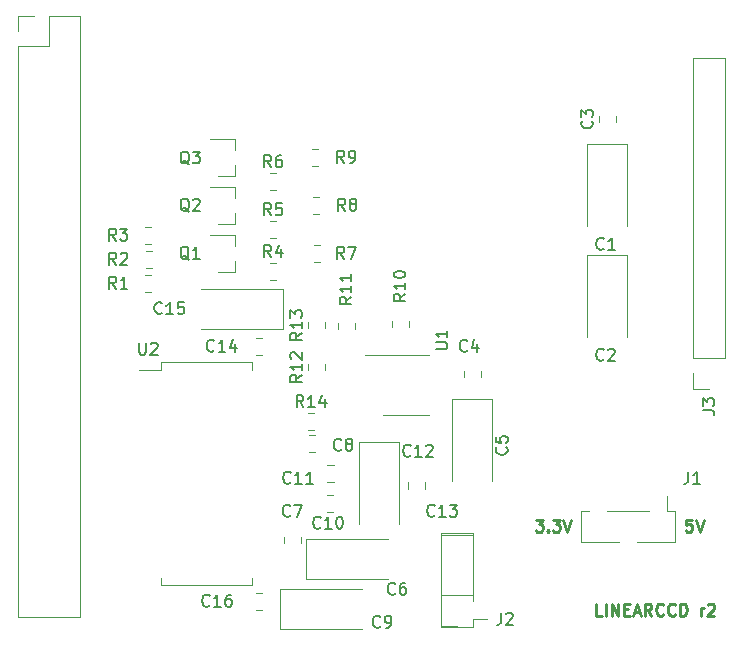
<source format=gto>
G04 #@! TF.GenerationSoftware,KiCad,Pcbnew,5.1.5*
G04 #@! TF.CreationDate,2020-02-08T16:24:25+09:00*
G04 #@! TF.ProjectId,linearccd,6c696e65-6172-4636-9364-2e6b69636164,rev?*
G04 #@! TF.SameCoordinates,Original*
G04 #@! TF.FileFunction,Legend,Top*
G04 #@! TF.FilePolarity,Positive*
%FSLAX46Y46*%
G04 Gerber Fmt 4.6, Leading zero omitted, Abs format (unit mm)*
G04 Created by KiCad (PCBNEW 5.1.5) date 2020-02-08 16:24:25*
%MOMM*%
%LPD*%
G04 APERTURE LIST*
%ADD10C,0.250000*%
%ADD11C,0.120000*%
%ADD12C,0.150000*%
G04 APERTURE END LIST*
D10*
X149678000Y-130754380D02*
X149201809Y-130754380D01*
X149201809Y-129754380D01*
X150011333Y-130754380D02*
X150011333Y-129754380D01*
X150487523Y-130754380D02*
X150487523Y-129754380D01*
X151058952Y-130754380D01*
X151058952Y-129754380D01*
X151535142Y-130230571D02*
X151868476Y-130230571D01*
X152011333Y-130754380D02*
X151535142Y-130754380D01*
X151535142Y-129754380D01*
X152011333Y-129754380D01*
X152392285Y-130468666D02*
X152868476Y-130468666D01*
X152297047Y-130754380D02*
X152630380Y-129754380D01*
X152963714Y-130754380D01*
X153868476Y-130754380D02*
X153535142Y-130278190D01*
X153297047Y-130754380D02*
X153297047Y-129754380D01*
X153678000Y-129754380D01*
X153773238Y-129802000D01*
X153820857Y-129849619D01*
X153868476Y-129944857D01*
X153868476Y-130087714D01*
X153820857Y-130182952D01*
X153773238Y-130230571D01*
X153678000Y-130278190D01*
X153297047Y-130278190D01*
X154868476Y-130659142D02*
X154820857Y-130706761D01*
X154678000Y-130754380D01*
X154582761Y-130754380D01*
X154439904Y-130706761D01*
X154344666Y-130611523D01*
X154297047Y-130516285D01*
X154249428Y-130325809D01*
X154249428Y-130182952D01*
X154297047Y-129992476D01*
X154344666Y-129897238D01*
X154439904Y-129802000D01*
X154582761Y-129754380D01*
X154678000Y-129754380D01*
X154820857Y-129802000D01*
X154868476Y-129849619D01*
X155868476Y-130659142D02*
X155820857Y-130706761D01*
X155678000Y-130754380D01*
X155582761Y-130754380D01*
X155439904Y-130706761D01*
X155344666Y-130611523D01*
X155297047Y-130516285D01*
X155249428Y-130325809D01*
X155249428Y-130182952D01*
X155297047Y-129992476D01*
X155344666Y-129897238D01*
X155439904Y-129802000D01*
X155582761Y-129754380D01*
X155678000Y-129754380D01*
X155820857Y-129802000D01*
X155868476Y-129849619D01*
X156297047Y-130754380D02*
X156297047Y-129754380D01*
X156535142Y-129754380D01*
X156678000Y-129802000D01*
X156773238Y-129897238D01*
X156820857Y-129992476D01*
X156868476Y-130182952D01*
X156868476Y-130325809D01*
X156820857Y-130516285D01*
X156773238Y-130611523D01*
X156678000Y-130706761D01*
X156535142Y-130754380D01*
X156297047Y-130754380D01*
X158058952Y-130754380D02*
X158058952Y-130087714D01*
X158058952Y-130278190D02*
X158106571Y-130182952D01*
X158154190Y-130135333D01*
X158249428Y-130087714D01*
X158344666Y-130087714D01*
X158630380Y-129849619D02*
X158678000Y-129802000D01*
X158773238Y-129754380D01*
X159011333Y-129754380D01*
X159106571Y-129802000D01*
X159154190Y-129849619D01*
X159201809Y-129944857D01*
X159201809Y-130040095D01*
X159154190Y-130182952D01*
X158582761Y-130754380D01*
X159201809Y-130754380D01*
X157289523Y-122642380D02*
X156813333Y-122642380D01*
X156765714Y-123118571D01*
X156813333Y-123070952D01*
X156908571Y-123023333D01*
X157146666Y-123023333D01*
X157241904Y-123070952D01*
X157289523Y-123118571D01*
X157337142Y-123213809D01*
X157337142Y-123451904D01*
X157289523Y-123547142D01*
X157241904Y-123594761D01*
X157146666Y-123642380D01*
X156908571Y-123642380D01*
X156813333Y-123594761D01*
X156765714Y-123547142D01*
X157622857Y-122642380D02*
X157956190Y-123642380D01*
X158289523Y-122642380D01*
X144065809Y-122642380D02*
X144684857Y-122642380D01*
X144351523Y-123023333D01*
X144494380Y-123023333D01*
X144589619Y-123070952D01*
X144637238Y-123118571D01*
X144684857Y-123213809D01*
X144684857Y-123451904D01*
X144637238Y-123547142D01*
X144589619Y-123594761D01*
X144494380Y-123642380D01*
X144208666Y-123642380D01*
X144113428Y-123594761D01*
X144065809Y-123547142D01*
X145113428Y-123547142D02*
X145161047Y-123594761D01*
X145113428Y-123642380D01*
X145065809Y-123594761D01*
X145113428Y-123547142D01*
X145113428Y-123642380D01*
X145494380Y-122642380D02*
X146113428Y-122642380D01*
X145780095Y-123023333D01*
X145922952Y-123023333D01*
X146018190Y-123070952D01*
X146065809Y-123118571D01*
X146113428Y-123213809D01*
X146113428Y-123451904D01*
X146065809Y-123547142D01*
X146018190Y-123594761D01*
X145922952Y-123642380D01*
X145637238Y-123642380D01*
X145542000Y-123594761D01*
X145494380Y-123547142D01*
X146399142Y-122642380D02*
X146732476Y-123642380D01*
X147065809Y-122642380D01*
D11*
X155862000Y-121860000D02*
X155862000Y-124520000D01*
X155862000Y-124520000D02*
X152652000Y-124520000D01*
X151132000Y-124520000D02*
X147922000Y-124520000D01*
X147922000Y-121860000D02*
X147922000Y-124520000D01*
X155862000Y-121860000D02*
X155192000Y-121860000D01*
X153672000Y-121860000D02*
X150112000Y-121860000D01*
X148592000Y-121860000D02*
X147922000Y-121860000D01*
X155192000Y-120650000D02*
X155192000Y-121860000D01*
X116205000Y-128205000D02*
X120065000Y-128205000D01*
X120065000Y-128205000D02*
X120065000Y-127560000D01*
X116205000Y-128205000D02*
X112345000Y-128205000D01*
X112345000Y-128205000D02*
X112345000Y-127560000D01*
X116205000Y-109285000D02*
X120065000Y-109285000D01*
X120065000Y-109285000D02*
X120065000Y-109930000D01*
X116205000Y-109285000D02*
X112345000Y-109285000D01*
X112345000Y-109285000D02*
X112345000Y-109930000D01*
X112345000Y-109930000D02*
X110505000Y-109930000D01*
X151824000Y-107140000D02*
X151824000Y-100205000D01*
X151824000Y-100205000D02*
X148404000Y-100205000D01*
X148404000Y-100205000D02*
X148404000Y-107140000D01*
X137414000Y-131632000D02*
X136084000Y-131632000D01*
X136084000Y-131632000D02*
X136084000Y-130302000D01*
X136084000Y-129032000D02*
X136084000Y-123892000D01*
X138744000Y-123892000D02*
X136084000Y-123892000D01*
X138744000Y-129032000D02*
X138744000Y-123892000D01*
X138744000Y-129032000D02*
X136084000Y-129032000D01*
X100270000Y-79950000D02*
X101600000Y-79950000D01*
X100270000Y-81280000D02*
X100270000Y-79950000D01*
X102870000Y-79950000D02*
X105470000Y-79950000D01*
X102870000Y-82550000D02*
X102870000Y-79950000D01*
X100270000Y-82550000D02*
X102870000Y-82550000D01*
X105470000Y-79950000D02*
X105470000Y-130870000D01*
X100270000Y-82550000D02*
X100270000Y-130870000D01*
X100270000Y-130870000D02*
X105470000Y-130870000D01*
X120908578Y-128830000D02*
X120391422Y-128830000D01*
X120908578Y-130250000D02*
X120391422Y-130250000D01*
X148404000Y-90817000D02*
X148404000Y-97752000D01*
X151824000Y-90817000D02*
X148404000Y-90817000D01*
X151824000Y-97752000D02*
X151824000Y-90817000D01*
X149404000Y-88983078D02*
X149404000Y-88465922D01*
X150824000Y-88983078D02*
X150824000Y-88465922D01*
X139394000Y-110573078D02*
X139394000Y-110055922D01*
X137974000Y-110573078D02*
X137974000Y-110055922D01*
X140394000Y-119342000D02*
X140394000Y-112407000D01*
X140394000Y-112407000D02*
X136974000Y-112407000D01*
X136974000Y-112407000D02*
X136974000Y-119342000D01*
X131534000Y-124274000D02*
X124599000Y-124274000D01*
X124599000Y-124274000D02*
X124599000Y-127694000D01*
X124599000Y-127694000D02*
X131534000Y-127694000D01*
X124154000Y-124122922D02*
X124154000Y-124640078D01*
X122734000Y-124122922D02*
X122734000Y-124640078D01*
X125353578Y-116915000D02*
X124836422Y-116915000D01*
X125353578Y-115495000D02*
X124836422Y-115495000D01*
X122430000Y-131885000D02*
X129365000Y-131885000D01*
X122430000Y-128465000D02*
X122430000Y-131885000D01*
X129365000Y-128465000D02*
X122430000Y-128465000D01*
X126408922Y-120575000D02*
X126926078Y-120575000D01*
X126408922Y-121995000D02*
X126926078Y-121995000D01*
X126438922Y-118035000D02*
X126956078Y-118035000D01*
X126438922Y-119455000D02*
X126956078Y-119455000D01*
X129100000Y-116090000D02*
X129100000Y-123025000D01*
X132520000Y-116090000D02*
X129100000Y-116090000D01*
X132520000Y-123025000D02*
X132520000Y-116090000D01*
X134695000Y-120001078D02*
X134695000Y-119483922D01*
X133275000Y-120001078D02*
X133275000Y-119483922D01*
X120908578Y-108660000D02*
X120391422Y-108660000D01*
X120908578Y-107240000D02*
X120391422Y-107240000D01*
X115755000Y-106485000D02*
X122690000Y-106485000D01*
X122690000Y-106485000D02*
X122690000Y-103065000D01*
X122690000Y-103065000D02*
X115755000Y-103065000D01*
X138744000Y-131732000D02*
X136084000Y-131732000D01*
X136084000Y-131732000D02*
X136084000Y-128522000D01*
X136084000Y-127002000D02*
X136084000Y-123792000D01*
X138744000Y-123792000D02*
X136084000Y-123792000D01*
X138744000Y-131732000D02*
X138744000Y-131062000D01*
X138744000Y-129542000D02*
X138744000Y-125982000D01*
X138744000Y-124462000D02*
X138744000Y-123792000D01*
X139954000Y-131062000D02*
X138744000Y-131062000D01*
X160080000Y-108966000D02*
X157420000Y-108966000D01*
X160080000Y-108966000D02*
X160080000Y-83506000D01*
X160080000Y-83506000D02*
X157420000Y-83506000D01*
X157420000Y-108966000D02*
X157420000Y-83506000D01*
X157420000Y-111566000D02*
X157420000Y-110236000D01*
X158750000Y-111566000D02*
X157420000Y-111566000D01*
X118632000Y-101656000D02*
X118632000Y-100726000D01*
X118632000Y-98496000D02*
X118632000Y-99426000D01*
X118632000Y-98496000D02*
X116472000Y-98496000D01*
X118632000Y-101656000D02*
X117172000Y-101656000D01*
X118632000Y-97592000D02*
X117172000Y-97592000D01*
X118632000Y-94432000D02*
X116472000Y-94432000D01*
X118632000Y-94432000D02*
X118632000Y-95362000D01*
X118632000Y-97592000D02*
X118632000Y-96662000D01*
X118616000Y-93528000D02*
X118616000Y-92598000D01*
X118616000Y-90368000D02*
X118616000Y-91298000D01*
X118616000Y-90368000D02*
X116456000Y-90368000D01*
X118616000Y-93528000D02*
X117156000Y-93528000D01*
X111510578Y-101906000D02*
X110993422Y-101906000D01*
X111510578Y-103326000D02*
X110993422Y-103326000D01*
X111589078Y-101294000D02*
X111071922Y-101294000D01*
X111589078Y-99874000D02*
X111071922Y-99874000D01*
X111510578Y-97842000D02*
X110993422Y-97842000D01*
X111510578Y-99262000D02*
X110993422Y-99262000D01*
X121582922Y-100890000D02*
X122100078Y-100890000D01*
X121582922Y-102310000D02*
X122100078Y-102310000D01*
X121582922Y-98754000D02*
X122100078Y-98754000D01*
X121582922Y-97334000D02*
X122100078Y-97334000D01*
X121582922Y-93270000D02*
X122100078Y-93270000D01*
X121582922Y-94690000D02*
X122100078Y-94690000D01*
X125813078Y-99366000D02*
X125295922Y-99366000D01*
X125813078Y-100786000D02*
X125295922Y-100786000D01*
X125734578Y-95302000D02*
X125217422Y-95302000D01*
X125734578Y-96722000D02*
X125217422Y-96722000D01*
X125656078Y-91238000D02*
X125138922Y-91238000D01*
X125656078Y-92658000D02*
X125138922Y-92658000D01*
X131878000Y-105834922D02*
X131878000Y-106352078D01*
X133298000Y-105834922D02*
X133298000Y-106352078D01*
X127306000Y-106509078D02*
X127306000Y-105991922D01*
X128726000Y-106509078D02*
X128726000Y-105991922D01*
X126186000Y-109986578D02*
X126186000Y-109469422D01*
X124766000Y-109986578D02*
X124766000Y-109469422D01*
X124766000Y-106430578D02*
X124766000Y-105913422D01*
X126186000Y-106430578D02*
X126186000Y-105913422D01*
X124787922Y-113590000D02*
X125305078Y-113590000D01*
X124787922Y-115010000D02*
X125305078Y-115010000D01*
X133096000Y-113812000D02*
X135046000Y-113812000D01*
X133096000Y-113812000D02*
X131146000Y-113812000D01*
X133096000Y-108692000D02*
X135046000Y-108692000D01*
X133096000Y-108692000D02*
X129646000Y-108692000D01*
D12*
X156968666Y-118578380D02*
X156968666Y-119292666D01*
X156921047Y-119435523D01*
X156825809Y-119530761D01*
X156682952Y-119578380D01*
X156587714Y-119578380D01*
X157968666Y-119578380D02*
X157397238Y-119578380D01*
X157682952Y-119578380D02*
X157682952Y-118578380D01*
X157587714Y-118721238D01*
X157492476Y-118816476D01*
X157397238Y-118864095D01*
X110490095Y-107656380D02*
X110490095Y-108465904D01*
X110537714Y-108561142D01*
X110585333Y-108608761D01*
X110680571Y-108656380D01*
X110871047Y-108656380D01*
X110966285Y-108608761D01*
X111013904Y-108561142D01*
X111061523Y-108465904D01*
X111061523Y-107656380D01*
X111490095Y-107751619D02*
X111537714Y-107704000D01*
X111632952Y-107656380D01*
X111871047Y-107656380D01*
X111966285Y-107704000D01*
X112013904Y-107751619D01*
X112061523Y-107846857D01*
X112061523Y-107942095D01*
X112013904Y-108084952D01*
X111442476Y-108656380D01*
X112061523Y-108656380D01*
X149820333Y-109069142D02*
X149772714Y-109116761D01*
X149629857Y-109164380D01*
X149534619Y-109164380D01*
X149391761Y-109116761D01*
X149296523Y-109021523D01*
X149248904Y-108926285D01*
X149201285Y-108735809D01*
X149201285Y-108592952D01*
X149248904Y-108402476D01*
X149296523Y-108307238D01*
X149391761Y-108212000D01*
X149534619Y-108164380D01*
X149629857Y-108164380D01*
X149772714Y-108212000D01*
X149820333Y-108259619D01*
X150201285Y-108259619D02*
X150248904Y-108212000D01*
X150344142Y-108164380D01*
X150582238Y-108164380D01*
X150677476Y-108212000D01*
X150725095Y-108259619D01*
X150772714Y-108354857D01*
X150772714Y-108450095D01*
X150725095Y-108592952D01*
X150153666Y-109164380D01*
X150772714Y-109164380D01*
X116451142Y-129897142D02*
X116403523Y-129944761D01*
X116260666Y-129992380D01*
X116165428Y-129992380D01*
X116022571Y-129944761D01*
X115927333Y-129849523D01*
X115879714Y-129754285D01*
X115832095Y-129563809D01*
X115832095Y-129420952D01*
X115879714Y-129230476D01*
X115927333Y-129135238D01*
X116022571Y-129040000D01*
X116165428Y-128992380D01*
X116260666Y-128992380D01*
X116403523Y-129040000D01*
X116451142Y-129087619D01*
X117403523Y-129992380D02*
X116832095Y-129992380D01*
X117117809Y-129992380D02*
X117117809Y-128992380D01*
X117022571Y-129135238D01*
X116927333Y-129230476D01*
X116832095Y-129278095D01*
X118260666Y-128992380D02*
X118070190Y-128992380D01*
X117974952Y-129040000D01*
X117927333Y-129087619D01*
X117832095Y-129230476D01*
X117784476Y-129420952D01*
X117784476Y-129801904D01*
X117832095Y-129897142D01*
X117879714Y-129944761D01*
X117974952Y-129992380D01*
X118165428Y-129992380D01*
X118260666Y-129944761D01*
X118308285Y-129897142D01*
X118355904Y-129801904D01*
X118355904Y-129563809D01*
X118308285Y-129468571D01*
X118260666Y-129420952D01*
X118165428Y-129373333D01*
X117974952Y-129373333D01*
X117879714Y-129420952D01*
X117832095Y-129468571D01*
X117784476Y-129563809D01*
X149820333Y-99681142D02*
X149772714Y-99728761D01*
X149629857Y-99776380D01*
X149534619Y-99776380D01*
X149391761Y-99728761D01*
X149296523Y-99633523D01*
X149248904Y-99538285D01*
X149201285Y-99347809D01*
X149201285Y-99204952D01*
X149248904Y-99014476D01*
X149296523Y-98919238D01*
X149391761Y-98824000D01*
X149534619Y-98776380D01*
X149629857Y-98776380D01*
X149772714Y-98824000D01*
X149820333Y-98871619D01*
X150772714Y-99776380D02*
X150201285Y-99776380D01*
X150487000Y-99776380D02*
X150487000Y-98776380D01*
X150391761Y-98919238D01*
X150296523Y-99014476D01*
X150201285Y-99062095D01*
X148821142Y-88891166D02*
X148868761Y-88938785D01*
X148916380Y-89081642D01*
X148916380Y-89176880D01*
X148868761Y-89319738D01*
X148773523Y-89414976D01*
X148678285Y-89462595D01*
X148487809Y-89510214D01*
X148344952Y-89510214D01*
X148154476Y-89462595D01*
X148059238Y-89414976D01*
X147964000Y-89319738D01*
X147916380Y-89176880D01*
X147916380Y-89081642D01*
X147964000Y-88938785D01*
X148011619Y-88891166D01*
X147916380Y-88557833D02*
X147916380Y-87938785D01*
X148297333Y-88272119D01*
X148297333Y-88129261D01*
X148344952Y-88034023D01*
X148392571Y-87986404D01*
X148487809Y-87938785D01*
X148725904Y-87938785D01*
X148821142Y-87986404D01*
X148868761Y-88034023D01*
X148916380Y-88129261D01*
X148916380Y-88414976D01*
X148868761Y-88510214D01*
X148821142Y-88557833D01*
X138263333Y-108307142D02*
X138215714Y-108354761D01*
X138072857Y-108402380D01*
X137977619Y-108402380D01*
X137834761Y-108354761D01*
X137739523Y-108259523D01*
X137691904Y-108164285D01*
X137644285Y-107973809D01*
X137644285Y-107830952D01*
X137691904Y-107640476D01*
X137739523Y-107545238D01*
X137834761Y-107450000D01*
X137977619Y-107402380D01*
X138072857Y-107402380D01*
X138215714Y-107450000D01*
X138263333Y-107497619D01*
X139120476Y-107735714D02*
X139120476Y-108402380D01*
X138882380Y-107354761D02*
X138644285Y-108069047D01*
X139263333Y-108069047D01*
X141591142Y-116508666D02*
X141638761Y-116556285D01*
X141686380Y-116699142D01*
X141686380Y-116794380D01*
X141638761Y-116937238D01*
X141543523Y-117032476D01*
X141448285Y-117080095D01*
X141257809Y-117127714D01*
X141114952Y-117127714D01*
X140924476Y-117080095D01*
X140829238Y-117032476D01*
X140734000Y-116937238D01*
X140686380Y-116794380D01*
X140686380Y-116699142D01*
X140734000Y-116556285D01*
X140781619Y-116508666D01*
X140686380Y-115603904D02*
X140686380Y-116080095D01*
X141162571Y-116127714D01*
X141114952Y-116080095D01*
X141067333Y-115984857D01*
X141067333Y-115746761D01*
X141114952Y-115651523D01*
X141162571Y-115603904D01*
X141257809Y-115556285D01*
X141495904Y-115556285D01*
X141591142Y-115603904D01*
X141638761Y-115651523D01*
X141686380Y-115746761D01*
X141686380Y-115984857D01*
X141638761Y-116080095D01*
X141591142Y-116127714D01*
X132167333Y-128881142D02*
X132119714Y-128928761D01*
X131976857Y-128976380D01*
X131881619Y-128976380D01*
X131738761Y-128928761D01*
X131643523Y-128833523D01*
X131595904Y-128738285D01*
X131548285Y-128547809D01*
X131548285Y-128404952D01*
X131595904Y-128214476D01*
X131643523Y-128119238D01*
X131738761Y-128024000D01*
X131881619Y-127976380D01*
X131976857Y-127976380D01*
X132119714Y-128024000D01*
X132167333Y-128071619D01*
X133024476Y-127976380D02*
X132834000Y-127976380D01*
X132738761Y-128024000D01*
X132691142Y-128071619D01*
X132595904Y-128214476D01*
X132548285Y-128404952D01*
X132548285Y-128785904D01*
X132595904Y-128881142D01*
X132643523Y-128928761D01*
X132738761Y-128976380D01*
X132929238Y-128976380D01*
X133024476Y-128928761D01*
X133072095Y-128881142D01*
X133119714Y-128785904D01*
X133119714Y-128547809D01*
X133072095Y-128452571D01*
X133024476Y-128404952D01*
X132929238Y-128357333D01*
X132738761Y-128357333D01*
X132643523Y-128404952D01*
X132595904Y-128452571D01*
X132548285Y-128547809D01*
X123277333Y-122277142D02*
X123229714Y-122324761D01*
X123086857Y-122372380D01*
X122991619Y-122372380D01*
X122848761Y-122324761D01*
X122753523Y-122229523D01*
X122705904Y-122134285D01*
X122658285Y-121943809D01*
X122658285Y-121800952D01*
X122705904Y-121610476D01*
X122753523Y-121515238D01*
X122848761Y-121420000D01*
X122991619Y-121372380D01*
X123086857Y-121372380D01*
X123229714Y-121420000D01*
X123277333Y-121467619D01*
X123610666Y-121372380D02*
X124277333Y-121372380D01*
X123848761Y-122372380D01*
X127595333Y-116689142D02*
X127547714Y-116736761D01*
X127404857Y-116784380D01*
X127309619Y-116784380D01*
X127166761Y-116736761D01*
X127071523Y-116641523D01*
X127023904Y-116546285D01*
X126976285Y-116355809D01*
X126976285Y-116212952D01*
X127023904Y-116022476D01*
X127071523Y-115927238D01*
X127166761Y-115832000D01*
X127309619Y-115784380D01*
X127404857Y-115784380D01*
X127547714Y-115832000D01*
X127595333Y-115879619D01*
X128166761Y-116212952D02*
X128071523Y-116165333D01*
X128023904Y-116117714D01*
X127976285Y-116022476D01*
X127976285Y-115974857D01*
X128023904Y-115879619D01*
X128071523Y-115832000D01*
X128166761Y-115784380D01*
X128357238Y-115784380D01*
X128452476Y-115832000D01*
X128500095Y-115879619D01*
X128547714Y-115974857D01*
X128547714Y-116022476D01*
X128500095Y-116117714D01*
X128452476Y-116165333D01*
X128357238Y-116212952D01*
X128166761Y-116212952D01*
X128071523Y-116260571D01*
X128023904Y-116308190D01*
X127976285Y-116403428D01*
X127976285Y-116593904D01*
X128023904Y-116689142D01*
X128071523Y-116736761D01*
X128166761Y-116784380D01*
X128357238Y-116784380D01*
X128452476Y-116736761D01*
X128500095Y-116689142D01*
X128547714Y-116593904D01*
X128547714Y-116403428D01*
X128500095Y-116308190D01*
X128452476Y-116260571D01*
X128357238Y-116212952D01*
X130897333Y-131675142D02*
X130849714Y-131722761D01*
X130706857Y-131770380D01*
X130611619Y-131770380D01*
X130468761Y-131722761D01*
X130373523Y-131627523D01*
X130325904Y-131532285D01*
X130278285Y-131341809D01*
X130278285Y-131198952D01*
X130325904Y-131008476D01*
X130373523Y-130913238D01*
X130468761Y-130818000D01*
X130611619Y-130770380D01*
X130706857Y-130770380D01*
X130849714Y-130818000D01*
X130897333Y-130865619D01*
X131373523Y-131770380D02*
X131564000Y-131770380D01*
X131659238Y-131722761D01*
X131706857Y-131675142D01*
X131802095Y-131532285D01*
X131849714Y-131341809D01*
X131849714Y-130960857D01*
X131802095Y-130865619D01*
X131754476Y-130818000D01*
X131659238Y-130770380D01*
X131468761Y-130770380D01*
X131373523Y-130818000D01*
X131325904Y-130865619D01*
X131278285Y-130960857D01*
X131278285Y-131198952D01*
X131325904Y-131294190D01*
X131373523Y-131341809D01*
X131468761Y-131389428D01*
X131659238Y-131389428D01*
X131754476Y-131341809D01*
X131802095Y-131294190D01*
X131849714Y-131198952D01*
X125849142Y-123293142D02*
X125801523Y-123340761D01*
X125658666Y-123388380D01*
X125563428Y-123388380D01*
X125420571Y-123340761D01*
X125325333Y-123245523D01*
X125277714Y-123150285D01*
X125230095Y-122959809D01*
X125230095Y-122816952D01*
X125277714Y-122626476D01*
X125325333Y-122531238D01*
X125420571Y-122436000D01*
X125563428Y-122388380D01*
X125658666Y-122388380D01*
X125801523Y-122436000D01*
X125849142Y-122483619D01*
X126801523Y-123388380D02*
X126230095Y-123388380D01*
X126515809Y-123388380D02*
X126515809Y-122388380D01*
X126420571Y-122531238D01*
X126325333Y-122626476D01*
X126230095Y-122674095D01*
X127420571Y-122388380D02*
X127515809Y-122388380D01*
X127611047Y-122436000D01*
X127658666Y-122483619D01*
X127706285Y-122578857D01*
X127753904Y-122769333D01*
X127753904Y-123007428D01*
X127706285Y-123197904D01*
X127658666Y-123293142D01*
X127611047Y-123340761D01*
X127515809Y-123388380D01*
X127420571Y-123388380D01*
X127325333Y-123340761D01*
X127277714Y-123293142D01*
X127230095Y-123197904D01*
X127182476Y-123007428D01*
X127182476Y-122769333D01*
X127230095Y-122578857D01*
X127277714Y-122483619D01*
X127325333Y-122436000D01*
X127420571Y-122388380D01*
X123309142Y-119483142D02*
X123261523Y-119530761D01*
X123118666Y-119578380D01*
X123023428Y-119578380D01*
X122880571Y-119530761D01*
X122785333Y-119435523D01*
X122737714Y-119340285D01*
X122690095Y-119149809D01*
X122690095Y-119006952D01*
X122737714Y-118816476D01*
X122785333Y-118721238D01*
X122880571Y-118626000D01*
X123023428Y-118578380D01*
X123118666Y-118578380D01*
X123261523Y-118626000D01*
X123309142Y-118673619D01*
X124261523Y-119578380D02*
X123690095Y-119578380D01*
X123975809Y-119578380D02*
X123975809Y-118578380D01*
X123880571Y-118721238D01*
X123785333Y-118816476D01*
X123690095Y-118864095D01*
X125213904Y-119578380D02*
X124642476Y-119578380D01*
X124928190Y-119578380D02*
X124928190Y-118578380D01*
X124832952Y-118721238D01*
X124737714Y-118816476D01*
X124642476Y-118864095D01*
X133469142Y-117197142D02*
X133421523Y-117244761D01*
X133278666Y-117292380D01*
X133183428Y-117292380D01*
X133040571Y-117244761D01*
X132945333Y-117149523D01*
X132897714Y-117054285D01*
X132850095Y-116863809D01*
X132850095Y-116720952D01*
X132897714Y-116530476D01*
X132945333Y-116435238D01*
X133040571Y-116340000D01*
X133183428Y-116292380D01*
X133278666Y-116292380D01*
X133421523Y-116340000D01*
X133469142Y-116387619D01*
X134421523Y-117292380D02*
X133850095Y-117292380D01*
X134135809Y-117292380D02*
X134135809Y-116292380D01*
X134040571Y-116435238D01*
X133945333Y-116530476D01*
X133850095Y-116578095D01*
X134802476Y-116387619D02*
X134850095Y-116340000D01*
X134945333Y-116292380D01*
X135183428Y-116292380D01*
X135278666Y-116340000D01*
X135326285Y-116387619D01*
X135373904Y-116482857D01*
X135373904Y-116578095D01*
X135326285Y-116720952D01*
X134754857Y-117292380D01*
X135373904Y-117292380D01*
X135501142Y-122277142D02*
X135453523Y-122324761D01*
X135310666Y-122372380D01*
X135215428Y-122372380D01*
X135072571Y-122324761D01*
X134977333Y-122229523D01*
X134929714Y-122134285D01*
X134882095Y-121943809D01*
X134882095Y-121800952D01*
X134929714Y-121610476D01*
X134977333Y-121515238D01*
X135072571Y-121420000D01*
X135215428Y-121372380D01*
X135310666Y-121372380D01*
X135453523Y-121420000D01*
X135501142Y-121467619D01*
X136453523Y-122372380D02*
X135882095Y-122372380D01*
X136167809Y-122372380D02*
X136167809Y-121372380D01*
X136072571Y-121515238D01*
X135977333Y-121610476D01*
X135882095Y-121658095D01*
X136786857Y-121372380D02*
X137405904Y-121372380D01*
X137072571Y-121753333D01*
X137215428Y-121753333D01*
X137310666Y-121800952D01*
X137358285Y-121848571D01*
X137405904Y-121943809D01*
X137405904Y-122181904D01*
X137358285Y-122277142D01*
X137310666Y-122324761D01*
X137215428Y-122372380D01*
X136929714Y-122372380D01*
X136834476Y-122324761D01*
X136786857Y-122277142D01*
X116832142Y-108307142D02*
X116784523Y-108354761D01*
X116641666Y-108402380D01*
X116546428Y-108402380D01*
X116403571Y-108354761D01*
X116308333Y-108259523D01*
X116260714Y-108164285D01*
X116213095Y-107973809D01*
X116213095Y-107830952D01*
X116260714Y-107640476D01*
X116308333Y-107545238D01*
X116403571Y-107450000D01*
X116546428Y-107402380D01*
X116641666Y-107402380D01*
X116784523Y-107450000D01*
X116832142Y-107497619D01*
X117784523Y-108402380D02*
X117213095Y-108402380D01*
X117498809Y-108402380D02*
X117498809Y-107402380D01*
X117403571Y-107545238D01*
X117308333Y-107640476D01*
X117213095Y-107688095D01*
X118641666Y-107735714D02*
X118641666Y-108402380D01*
X118403571Y-107354761D02*
X118165476Y-108069047D01*
X118784523Y-108069047D01*
X112407142Y-105132142D02*
X112359523Y-105179761D01*
X112216666Y-105227380D01*
X112121428Y-105227380D01*
X111978571Y-105179761D01*
X111883333Y-105084523D01*
X111835714Y-104989285D01*
X111788095Y-104798809D01*
X111788095Y-104655952D01*
X111835714Y-104465476D01*
X111883333Y-104370238D01*
X111978571Y-104275000D01*
X112121428Y-104227380D01*
X112216666Y-104227380D01*
X112359523Y-104275000D01*
X112407142Y-104322619D01*
X113359523Y-105227380D02*
X112788095Y-105227380D01*
X113073809Y-105227380D02*
X113073809Y-104227380D01*
X112978571Y-104370238D01*
X112883333Y-104465476D01*
X112788095Y-104513095D01*
X114264285Y-104227380D02*
X113788095Y-104227380D01*
X113740476Y-104703571D01*
X113788095Y-104655952D01*
X113883333Y-104608333D01*
X114121428Y-104608333D01*
X114216666Y-104655952D01*
X114264285Y-104703571D01*
X114311904Y-104798809D01*
X114311904Y-105036904D01*
X114264285Y-105132142D01*
X114216666Y-105179761D01*
X114121428Y-105227380D01*
X113883333Y-105227380D01*
X113788095Y-105179761D01*
X113740476Y-105132142D01*
X141144666Y-130516380D02*
X141144666Y-131230666D01*
X141097047Y-131373523D01*
X141001809Y-131468761D01*
X140858952Y-131516380D01*
X140763714Y-131516380D01*
X141573238Y-130611619D02*
X141620857Y-130564000D01*
X141716095Y-130516380D01*
X141954190Y-130516380D01*
X142049428Y-130564000D01*
X142097047Y-130611619D01*
X142144666Y-130706857D01*
X142144666Y-130802095D01*
X142097047Y-130944952D01*
X141525619Y-131516380D01*
X142144666Y-131516380D01*
X158202380Y-113363333D02*
X158916666Y-113363333D01*
X159059523Y-113410952D01*
X159154761Y-113506190D01*
X159202380Y-113649047D01*
X159202380Y-113744285D01*
X158202380Y-112982380D02*
X158202380Y-112363333D01*
X158583333Y-112696666D01*
X158583333Y-112553809D01*
X158630952Y-112458571D01*
X158678571Y-112410952D01*
X158773809Y-112363333D01*
X159011904Y-112363333D01*
X159107142Y-112410952D01*
X159154761Y-112458571D01*
X159202380Y-112553809D01*
X159202380Y-112839523D01*
X159154761Y-112934761D01*
X159107142Y-112982380D01*
X114712761Y-100623619D02*
X114617523Y-100576000D01*
X114522285Y-100480761D01*
X114379428Y-100337904D01*
X114284190Y-100290285D01*
X114188952Y-100290285D01*
X114236571Y-100528380D02*
X114141333Y-100480761D01*
X114046095Y-100385523D01*
X113998476Y-100195047D01*
X113998476Y-99861714D01*
X114046095Y-99671238D01*
X114141333Y-99576000D01*
X114236571Y-99528380D01*
X114427047Y-99528380D01*
X114522285Y-99576000D01*
X114617523Y-99671238D01*
X114665142Y-99861714D01*
X114665142Y-100195047D01*
X114617523Y-100385523D01*
X114522285Y-100480761D01*
X114427047Y-100528380D01*
X114236571Y-100528380D01*
X115617523Y-100528380D02*
X115046095Y-100528380D01*
X115331809Y-100528380D02*
X115331809Y-99528380D01*
X115236571Y-99671238D01*
X115141333Y-99766476D01*
X115046095Y-99814095D01*
X114728761Y-96559619D02*
X114633523Y-96512000D01*
X114538285Y-96416761D01*
X114395428Y-96273904D01*
X114300190Y-96226285D01*
X114204952Y-96226285D01*
X114252571Y-96464380D02*
X114157333Y-96416761D01*
X114062095Y-96321523D01*
X114014476Y-96131047D01*
X114014476Y-95797714D01*
X114062095Y-95607238D01*
X114157333Y-95512000D01*
X114252571Y-95464380D01*
X114443047Y-95464380D01*
X114538285Y-95512000D01*
X114633523Y-95607238D01*
X114681142Y-95797714D01*
X114681142Y-96131047D01*
X114633523Y-96321523D01*
X114538285Y-96416761D01*
X114443047Y-96464380D01*
X114252571Y-96464380D01*
X115062095Y-95559619D02*
X115109714Y-95512000D01*
X115204952Y-95464380D01*
X115443047Y-95464380D01*
X115538285Y-95512000D01*
X115585904Y-95559619D01*
X115633523Y-95654857D01*
X115633523Y-95750095D01*
X115585904Y-95892952D01*
X115014476Y-96464380D01*
X115633523Y-96464380D01*
X114728761Y-92561619D02*
X114633523Y-92514000D01*
X114538285Y-92418761D01*
X114395428Y-92275904D01*
X114300190Y-92228285D01*
X114204952Y-92228285D01*
X114252571Y-92466380D02*
X114157333Y-92418761D01*
X114062095Y-92323523D01*
X114014476Y-92133047D01*
X114014476Y-91799714D01*
X114062095Y-91609238D01*
X114157333Y-91514000D01*
X114252571Y-91466380D01*
X114443047Y-91466380D01*
X114538285Y-91514000D01*
X114633523Y-91609238D01*
X114681142Y-91799714D01*
X114681142Y-92133047D01*
X114633523Y-92323523D01*
X114538285Y-92418761D01*
X114443047Y-92466380D01*
X114252571Y-92466380D01*
X115014476Y-91466380D02*
X115633523Y-91466380D01*
X115300190Y-91847333D01*
X115443047Y-91847333D01*
X115538285Y-91894952D01*
X115585904Y-91942571D01*
X115633523Y-92037809D01*
X115633523Y-92275904D01*
X115585904Y-92371142D01*
X115538285Y-92418761D01*
X115443047Y-92466380D01*
X115157333Y-92466380D01*
X115062095Y-92418761D01*
X115014476Y-92371142D01*
X108545333Y-103068380D02*
X108212000Y-102592190D01*
X107973904Y-103068380D02*
X107973904Y-102068380D01*
X108354857Y-102068380D01*
X108450095Y-102116000D01*
X108497714Y-102163619D01*
X108545333Y-102258857D01*
X108545333Y-102401714D01*
X108497714Y-102496952D01*
X108450095Y-102544571D01*
X108354857Y-102592190D01*
X107973904Y-102592190D01*
X109497714Y-103068380D02*
X108926285Y-103068380D01*
X109212000Y-103068380D02*
X109212000Y-102068380D01*
X109116761Y-102211238D01*
X109021523Y-102306476D01*
X108926285Y-102354095D01*
X108545333Y-101036380D02*
X108212000Y-100560190D01*
X107973904Y-101036380D02*
X107973904Y-100036380D01*
X108354857Y-100036380D01*
X108450095Y-100084000D01*
X108497714Y-100131619D01*
X108545333Y-100226857D01*
X108545333Y-100369714D01*
X108497714Y-100464952D01*
X108450095Y-100512571D01*
X108354857Y-100560190D01*
X107973904Y-100560190D01*
X108926285Y-100131619D02*
X108973904Y-100084000D01*
X109069142Y-100036380D01*
X109307238Y-100036380D01*
X109402476Y-100084000D01*
X109450095Y-100131619D01*
X109497714Y-100226857D01*
X109497714Y-100322095D01*
X109450095Y-100464952D01*
X108878666Y-101036380D01*
X109497714Y-101036380D01*
X108545333Y-99004380D02*
X108212000Y-98528190D01*
X107973904Y-99004380D02*
X107973904Y-98004380D01*
X108354857Y-98004380D01*
X108450095Y-98052000D01*
X108497714Y-98099619D01*
X108545333Y-98194857D01*
X108545333Y-98337714D01*
X108497714Y-98432952D01*
X108450095Y-98480571D01*
X108354857Y-98528190D01*
X107973904Y-98528190D01*
X108878666Y-98004380D02*
X109497714Y-98004380D01*
X109164380Y-98385333D01*
X109307238Y-98385333D01*
X109402476Y-98432952D01*
X109450095Y-98480571D01*
X109497714Y-98575809D01*
X109497714Y-98813904D01*
X109450095Y-98909142D01*
X109402476Y-98956761D01*
X109307238Y-99004380D01*
X109021523Y-99004380D01*
X108926285Y-98956761D01*
X108878666Y-98909142D01*
X121674833Y-100402380D02*
X121341500Y-99926190D01*
X121103404Y-100402380D02*
X121103404Y-99402380D01*
X121484357Y-99402380D01*
X121579595Y-99450000D01*
X121627214Y-99497619D01*
X121674833Y-99592857D01*
X121674833Y-99735714D01*
X121627214Y-99830952D01*
X121579595Y-99878571D01*
X121484357Y-99926190D01*
X121103404Y-99926190D01*
X122531976Y-99735714D02*
X122531976Y-100402380D01*
X122293880Y-99354761D02*
X122055785Y-100069047D01*
X122674833Y-100069047D01*
X121674833Y-96846380D02*
X121341500Y-96370190D01*
X121103404Y-96846380D02*
X121103404Y-95846380D01*
X121484357Y-95846380D01*
X121579595Y-95894000D01*
X121627214Y-95941619D01*
X121674833Y-96036857D01*
X121674833Y-96179714D01*
X121627214Y-96274952D01*
X121579595Y-96322571D01*
X121484357Y-96370190D01*
X121103404Y-96370190D01*
X122579595Y-95846380D02*
X122103404Y-95846380D01*
X122055785Y-96322571D01*
X122103404Y-96274952D01*
X122198642Y-96227333D01*
X122436738Y-96227333D01*
X122531976Y-96274952D01*
X122579595Y-96322571D01*
X122627214Y-96417809D01*
X122627214Y-96655904D01*
X122579595Y-96751142D01*
X122531976Y-96798761D01*
X122436738Y-96846380D01*
X122198642Y-96846380D01*
X122103404Y-96798761D01*
X122055785Y-96751142D01*
X121674833Y-92782380D02*
X121341500Y-92306190D01*
X121103404Y-92782380D02*
X121103404Y-91782380D01*
X121484357Y-91782380D01*
X121579595Y-91830000D01*
X121627214Y-91877619D01*
X121674833Y-91972857D01*
X121674833Y-92115714D01*
X121627214Y-92210952D01*
X121579595Y-92258571D01*
X121484357Y-92306190D01*
X121103404Y-92306190D01*
X122531976Y-91782380D02*
X122341500Y-91782380D01*
X122246261Y-91830000D01*
X122198642Y-91877619D01*
X122103404Y-92020476D01*
X122055785Y-92210952D01*
X122055785Y-92591904D01*
X122103404Y-92687142D01*
X122151023Y-92734761D01*
X122246261Y-92782380D01*
X122436738Y-92782380D01*
X122531976Y-92734761D01*
X122579595Y-92687142D01*
X122627214Y-92591904D01*
X122627214Y-92353809D01*
X122579595Y-92258571D01*
X122531976Y-92210952D01*
X122436738Y-92163333D01*
X122246261Y-92163333D01*
X122151023Y-92210952D01*
X122103404Y-92258571D01*
X122055785Y-92353809D01*
X127849333Y-100528380D02*
X127516000Y-100052190D01*
X127277904Y-100528380D02*
X127277904Y-99528380D01*
X127658857Y-99528380D01*
X127754095Y-99576000D01*
X127801714Y-99623619D01*
X127849333Y-99718857D01*
X127849333Y-99861714D01*
X127801714Y-99956952D01*
X127754095Y-100004571D01*
X127658857Y-100052190D01*
X127277904Y-100052190D01*
X128182666Y-99528380D02*
X128849333Y-99528380D01*
X128420761Y-100528380D01*
X127927833Y-96464380D02*
X127594500Y-95988190D01*
X127356404Y-96464380D02*
X127356404Y-95464380D01*
X127737357Y-95464380D01*
X127832595Y-95512000D01*
X127880214Y-95559619D01*
X127927833Y-95654857D01*
X127927833Y-95797714D01*
X127880214Y-95892952D01*
X127832595Y-95940571D01*
X127737357Y-95988190D01*
X127356404Y-95988190D01*
X128499261Y-95892952D02*
X128404023Y-95845333D01*
X128356404Y-95797714D01*
X128308785Y-95702476D01*
X128308785Y-95654857D01*
X128356404Y-95559619D01*
X128404023Y-95512000D01*
X128499261Y-95464380D01*
X128689738Y-95464380D01*
X128784976Y-95512000D01*
X128832595Y-95559619D01*
X128880214Y-95654857D01*
X128880214Y-95702476D01*
X128832595Y-95797714D01*
X128784976Y-95845333D01*
X128689738Y-95892952D01*
X128499261Y-95892952D01*
X128404023Y-95940571D01*
X128356404Y-95988190D01*
X128308785Y-96083428D01*
X128308785Y-96273904D01*
X128356404Y-96369142D01*
X128404023Y-96416761D01*
X128499261Y-96464380D01*
X128689738Y-96464380D01*
X128784976Y-96416761D01*
X128832595Y-96369142D01*
X128880214Y-96273904D01*
X128880214Y-96083428D01*
X128832595Y-95988190D01*
X128784976Y-95940571D01*
X128689738Y-95892952D01*
X127849333Y-92400380D02*
X127516000Y-91924190D01*
X127277904Y-92400380D02*
X127277904Y-91400380D01*
X127658857Y-91400380D01*
X127754095Y-91448000D01*
X127801714Y-91495619D01*
X127849333Y-91590857D01*
X127849333Y-91733714D01*
X127801714Y-91828952D01*
X127754095Y-91876571D01*
X127658857Y-91924190D01*
X127277904Y-91924190D01*
X128325523Y-92400380D02*
X128516000Y-92400380D01*
X128611238Y-92352761D01*
X128658857Y-92305142D01*
X128754095Y-92162285D01*
X128801714Y-91971809D01*
X128801714Y-91590857D01*
X128754095Y-91495619D01*
X128706476Y-91448000D01*
X128611238Y-91400380D01*
X128420761Y-91400380D01*
X128325523Y-91448000D01*
X128277904Y-91495619D01*
X128230285Y-91590857D01*
X128230285Y-91828952D01*
X128277904Y-91924190D01*
X128325523Y-91971809D01*
X128420761Y-92019428D01*
X128611238Y-92019428D01*
X128706476Y-91971809D01*
X128754095Y-91924190D01*
X128801714Y-91828952D01*
X133040380Y-103512857D02*
X132564190Y-103846190D01*
X133040380Y-104084285D02*
X132040380Y-104084285D01*
X132040380Y-103703333D01*
X132088000Y-103608095D01*
X132135619Y-103560476D01*
X132230857Y-103512857D01*
X132373714Y-103512857D01*
X132468952Y-103560476D01*
X132516571Y-103608095D01*
X132564190Y-103703333D01*
X132564190Y-104084285D01*
X133040380Y-102560476D02*
X133040380Y-103131904D01*
X133040380Y-102846190D02*
X132040380Y-102846190D01*
X132183238Y-102941428D01*
X132278476Y-103036666D01*
X132326095Y-103131904D01*
X132040380Y-101941428D02*
X132040380Y-101846190D01*
X132088000Y-101750952D01*
X132135619Y-101703333D01*
X132230857Y-101655714D01*
X132421333Y-101608095D01*
X132659428Y-101608095D01*
X132849904Y-101655714D01*
X132945142Y-101703333D01*
X132992761Y-101750952D01*
X133040380Y-101846190D01*
X133040380Y-101941428D01*
X132992761Y-102036666D01*
X132945142Y-102084285D01*
X132849904Y-102131904D01*
X132659428Y-102179523D01*
X132421333Y-102179523D01*
X132230857Y-102131904D01*
X132135619Y-102084285D01*
X132088000Y-102036666D01*
X132040380Y-101941428D01*
X128468380Y-103766857D02*
X127992190Y-104100190D01*
X128468380Y-104338285D02*
X127468380Y-104338285D01*
X127468380Y-103957333D01*
X127516000Y-103862095D01*
X127563619Y-103814476D01*
X127658857Y-103766857D01*
X127801714Y-103766857D01*
X127896952Y-103814476D01*
X127944571Y-103862095D01*
X127992190Y-103957333D01*
X127992190Y-104338285D01*
X128468380Y-102814476D02*
X128468380Y-103385904D01*
X128468380Y-103100190D02*
X127468380Y-103100190D01*
X127611238Y-103195428D01*
X127706476Y-103290666D01*
X127754095Y-103385904D01*
X128468380Y-101862095D02*
X128468380Y-102433523D01*
X128468380Y-102147809D02*
X127468380Y-102147809D01*
X127611238Y-102243047D01*
X127706476Y-102338285D01*
X127754095Y-102433523D01*
X124278380Y-110370857D02*
X123802190Y-110704190D01*
X124278380Y-110942285D02*
X123278380Y-110942285D01*
X123278380Y-110561333D01*
X123326000Y-110466095D01*
X123373619Y-110418476D01*
X123468857Y-110370857D01*
X123611714Y-110370857D01*
X123706952Y-110418476D01*
X123754571Y-110466095D01*
X123802190Y-110561333D01*
X123802190Y-110942285D01*
X124278380Y-109418476D02*
X124278380Y-109989904D01*
X124278380Y-109704190D02*
X123278380Y-109704190D01*
X123421238Y-109799428D01*
X123516476Y-109894666D01*
X123564095Y-109989904D01*
X123373619Y-109037523D02*
X123326000Y-108989904D01*
X123278380Y-108894666D01*
X123278380Y-108656571D01*
X123326000Y-108561333D01*
X123373619Y-108513714D01*
X123468857Y-108466095D01*
X123564095Y-108466095D01*
X123706952Y-108513714D01*
X124278380Y-109085142D01*
X124278380Y-108466095D01*
X124278380Y-106814857D02*
X123802190Y-107148190D01*
X124278380Y-107386285D02*
X123278380Y-107386285D01*
X123278380Y-107005333D01*
X123326000Y-106910095D01*
X123373619Y-106862476D01*
X123468857Y-106814857D01*
X123611714Y-106814857D01*
X123706952Y-106862476D01*
X123754571Y-106910095D01*
X123802190Y-107005333D01*
X123802190Y-107386285D01*
X124278380Y-105862476D02*
X124278380Y-106433904D01*
X124278380Y-106148190D02*
X123278380Y-106148190D01*
X123421238Y-106243428D01*
X123516476Y-106338666D01*
X123564095Y-106433904D01*
X123278380Y-105529142D02*
X123278380Y-104910095D01*
X123659333Y-105243428D01*
X123659333Y-105100571D01*
X123706952Y-105005333D01*
X123754571Y-104957714D01*
X123849809Y-104910095D01*
X124087904Y-104910095D01*
X124183142Y-104957714D01*
X124230761Y-105005333D01*
X124278380Y-105100571D01*
X124278380Y-105386285D01*
X124230761Y-105481523D01*
X124183142Y-105529142D01*
X124403642Y-113102380D02*
X124070309Y-112626190D01*
X123832214Y-113102380D02*
X123832214Y-112102380D01*
X124213166Y-112102380D01*
X124308404Y-112150000D01*
X124356023Y-112197619D01*
X124403642Y-112292857D01*
X124403642Y-112435714D01*
X124356023Y-112530952D01*
X124308404Y-112578571D01*
X124213166Y-112626190D01*
X123832214Y-112626190D01*
X125356023Y-113102380D02*
X124784595Y-113102380D01*
X125070309Y-113102380D02*
X125070309Y-112102380D01*
X124975071Y-112245238D01*
X124879833Y-112340476D01*
X124784595Y-112388095D01*
X126213166Y-112435714D02*
X126213166Y-113102380D01*
X125975071Y-112054761D02*
X125736976Y-112769047D01*
X126356023Y-112769047D01*
X135596380Y-108203904D02*
X136405904Y-108203904D01*
X136501142Y-108156285D01*
X136548761Y-108108666D01*
X136596380Y-108013428D01*
X136596380Y-107822952D01*
X136548761Y-107727714D01*
X136501142Y-107680095D01*
X136405904Y-107632476D01*
X135596380Y-107632476D01*
X136596380Y-106632476D02*
X136596380Y-107203904D01*
X136596380Y-106918190D02*
X135596380Y-106918190D01*
X135739238Y-107013428D01*
X135834476Y-107108666D01*
X135882095Y-107203904D01*
M02*

</source>
